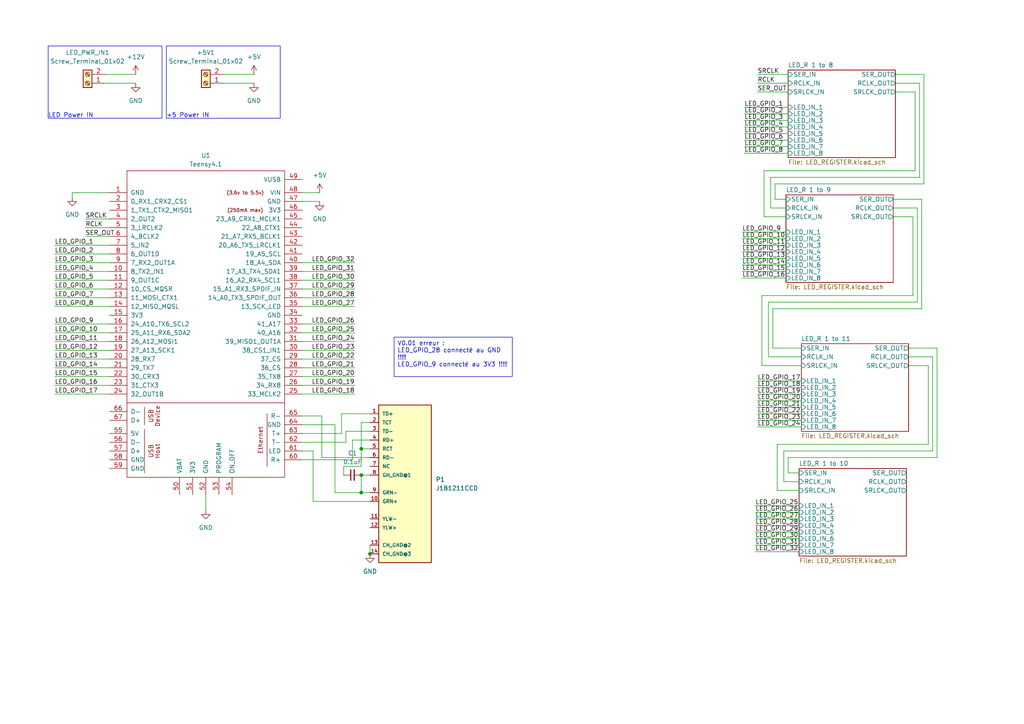
<source format=kicad_sch>
(kicad_sch (version 20230121) (generator eeschema)
  (paper "A4")
  (lib_symbols
    (symbol "Connector:Screw_Terminal_01x02" (pin_names (offset 1.016) hide)
      (property "Reference" "J" (at 0 2.54 0))
      (property "Value" "Screw_Terminal_01x02" (at 0 -5.08 0))
      (symbol "Screw_Terminal_01x02_1_1"
        (rectangle (start -1.27 1.27) (end 1.27 -3.81) (stroke (width 0.254)) (fill (type background)))
        (circle (center 0 -2.54) (radius 0.635) (stroke (width 0.1524)))
        (polyline (pts (xy -0.5334 -2.2098) (xy 0.3302 -3.048)) (stroke (width 0.1524)))
        (polyline (pts (xy -0.5334 0.3302) (xy 0.3302 -0.508)) (stroke (width 0.1524)))
        (polyline (pts (xy -0.3556 -2.032) (xy 0.508 -2.8702)) (stroke (width 0.1524)))
        (polyline (pts (xy -0.3556 0.508) (xy 0.508 -0.3302)) (stroke (width 0.1524)))
        (circle (center 0 0) (radius 0.635) (stroke (width 0.1524)))
        (pin passive line (at -5.08 0 0) (length 3.81) (name "Pin_1") (number "1"))
        (pin passive line (at -5.08 -2.54 0) (length 3.81) (name "Pin_2") (number "2"))
      )
    )
    (symbol "Device:C_Small" (pin_numbers hide) (pin_names (offset 0.254) hide)
      (property "Reference" "C" (at 0.254 1.778 0))
      (property "Value" "C_Small" (at 0.254 -2.032 0))
      (symbol "C_Small_0_1"
        (polyline (pts (xy -1.524 -0.508) (xy 1.524 -0.508)) (stroke (width 0.3302)))
        (polyline (pts (xy -1.524 0.508) (xy 1.524 0.508)) (stroke (width 0.3048)))
      )
      (symbol "C_Small_1_1"
        (pin passive line (at 0 2.54 270) (length 2.032) (name "~") (number "1"))
        (pin passive line (at 0 -2.54 90) (length 2.032) (name "~") (number "2"))
      )
    )
    (symbol "J1B1211CCD:J1B1211CCD" (pin_names (offset 1.016))
      (property "Reference" "P" (at -7.62 22.86 0))
      (property "Value" "J1B1211CCD" (at -7.62 -25.4 0))
      (symbol "J1B1211CCD_0_0"
        (rectangle (start -7.62 -22.86) (end 7.62 22.86) (stroke (width 0.254)) (fill (type background)))
        (pin passive line (at -10.16 20.32 0) (length 2.54) (name "TD+") (number "1"))
        (pin passive line (at -10.16 -5.08 0) (length 2.54) (name "GRN+") (number "10"))
        (pin passive line (at -10.16 -10.16 0) (length 2.54) (name "YLW-") (number "11"))
        (pin passive line (at -10.16 -12.7 0) (length 2.54) (name "YLW+") (number "12"))
        (pin passive line (at -10.16 -17.78 0) (length 2.54) (name "CH_GND@2") (number "13"))
        (pin passive line (at -10.16 -20.32 0) (length 2.54) (name "CH_GND@3") (number "14"))
        (pin passive line (at -10.16 17.78 0) (length 2.54) (name "TCT") (number "2"))
        (pin passive line (at -10.16 15.24 0) (length 2.54) (name "TD-") (number "3"))
        (pin passive line (at -10.16 12.7 0) (length 2.54) (name "RD+") (number "4"))
        (pin passive line (at -10.16 10.16 0) (length 2.54) (name "RCT") (number "5"))
        (pin passive line (at -10.16 7.62 0) (length 2.54) (name "RD-") (number "6"))
        (pin passive line (at -10.16 5.08 0) (length 2.54) (name "NC") (number "7"))
        (pin passive line (at -10.16 2.54 0) (length 2.54) (name "GH_GND@1") (number "8"))
        (pin passive line (at -10.16 -2.54 0) (length 2.54) (name "GRN-") (number "9"))
      )
    )
    (symbol "power:+12V" (power) (pin_names (offset 0))
      (property "Value" "+12V" (at 0 3.556 0))
      (symbol "+12V_0_1"
        (polyline (pts (xy -0.762 1.27) (xy 0 2.54)))
        (polyline (pts (xy 0 0) (xy 0 2.54)))
        (polyline (pts (xy 0 2.54) (xy 0.762 1.27)))
      )
      (symbol "+12V_1_1"
        (pin power_in line (at 0 0 90) (length 0) hide (name "+12V") (number "1"))
      )
    )
    (symbol "power:+5V" (power) (pin_names (offset 0))
      (property "Value" "+5V" (at 0 3.556 0))
      (symbol "+5V_0_1"
        (polyline (pts (xy -0.762 1.27) (xy 0 2.54)))
        (polyline (pts (xy 0 0) (xy 0 2.54)))
        (polyline (pts (xy 0 2.54) (xy 0.762 1.27)))
      )
      (symbol "+5V_1_1"
        (pin power_in line (at 0 0 90) (length 0) hide (name "+5V") (number "1"))
      )
    )
    (symbol "power:GND" (power) (pin_names (offset 0))
      (property "Value" "GND" (at 0 -3.81 0))
      (symbol "GND_0_1"
        (polyline (pts (xy 0 0) (xy 0 -1.27) (xy 1.27 -1.27) (xy 0 -2.54) (xy -1.27 -1.27) (xy 0 -1.27)))
      )
      (symbol "GND_1_1"
        (pin power_in line (at 0 0 270) (length 0) hide (name "GND") (number "1"))
      )
    )
    (symbol "teensy:Teensy4.1" (pin_names (offset 1.016))
      (property "Reference" "U" (at 0 64.77 0))
      (property "Value" "Teensy4.1" (at 0 62.23 0))
      (symbol "Teensy4.1_0_0"
        (polyline (pts (xy -22.86 -6.35) (xy 22.86 -6.35)))
        (polyline (pts (xy -17.78 -26.67) (xy -17.78 -13.97)))
        (polyline (pts (xy -17.78 -7.62) (xy -17.78 -12.7)))
        (polyline (pts (xy 17.78 -9.525) (xy 17.78 -24.765)))
        (text "(250mA max)" (at 11.43 49.53 0) (effects (font (size 1.016 1.016))))
        (text "(3.6v to 5.5v)" (at 11.43 54.61 0) (effects (font (size 1.016 1.016))))
        (text "Device" (at -13.97 -10.16 900) (effects (font (size 1.27 1.27))))
        (text "Ethernet" (at 15.875 -17.145 900) (effects (font (size 1.27 1.27))))
        (text "Host" (at -13.97 -20.32 900) (effects (font (size 1.27 1.27))))
        (text "USB" (at -15.875 -20.32 900) (effects (font (size 1.27 1.27))))
        (text "USB" (at -15.875 -10.16 900) (effects (font (size 1.27 1.27))))
        (pin bidirectional line (at -27.94 31.75 0) (length 5.08) (name "8_TX2_IN1") (number "10"))
        (pin bidirectional line (at -27.94 29.21 0) (length 5.08) (name "9_OUT1C") (number "11"))
        (pin bidirectional line (at -27.94 26.67 0) (length 5.08) (name "10_CS_MQSR") (number "12"))
        (pin bidirectional line (at -27.94 24.13 0) (length 5.08) (name "11_MOSI_CTX1") (number "13"))
        (pin bidirectional line (at -27.94 21.59 0) (length 5.08) (name "12_MISO_MQSL") (number "14"))
        (pin power_in line (at -27.94 19.05 0) (length 5.08) (name "3V3") (number "15"))
        (pin bidirectional line (at -27.94 16.51 0) (length 5.08) (name "24_A10_TX6_SCL2") (number "16"))
        (pin bidirectional line (at -27.94 13.97 0) (length 5.08) (name "25_A11_RX6_SDA2") (number "17"))
        (pin bidirectional line (at -27.94 11.43 0) (length 5.08) (name "26_A12_MOSI1") (number "18"))
        (pin bidirectional line (at -27.94 8.89 0) (length 5.08) (name "27_A13_SCK1") (number "19"))
        (pin bidirectional line (at -27.94 6.35 0) (length 5.08) (name "28_RX7") (number "20"))
        (pin bidirectional line (at -27.94 3.81 0) (length 5.08) (name "29_TX7") (number "21"))
        (pin bidirectional line (at -27.94 1.27 0) (length 5.08) (name "30_CRX3") (number "22"))
        (pin bidirectional line (at -27.94 -1.27 0) (length 5.08) (name "31_CTX3") (number "23"))
        (pin bidirectional line (at -27.94 -3.81 0) (length 5.08) (name "32_OUT1B") (number "24"))
        (pin bidirectional line (at 27.94 -3.81 180) (length 5.08) (name "33_MCLK2") (number "25"))
        (pin bidirectional line (at 27.94 -1.27 180) (length 5.08) (name "34_RX8") (number "26"))
        (pin bidirectional line (at 27.94 1.27 180) (length 5.08) (name "35_TX8") (number "27"))
        (pin bidirectional line (at 27.94 3.81 180) (length 5.08) (name "36_CS") (number "28"))
        (pin bidirectional line (at 27.94 6.35 180) (length 5.08) (name "37_CS") (number "29"))
        (pin bidirectional line (at 27.94 8.89 180) (length 5.08) (name "38_CS1_IN1") (number "30"))
        (pin bidirectional line (at 27.94 11.43 180) (length 5.08) (name "39_MISO1_OUT1A") (number "31"))
        (pin bidirectional line (at 27.94 13.97 180) (length 5.08) (name "40_A16") (number "32"))
        (pin bidirectional line (at 27.94 16.51 180) (length 5.08) (name "41_A17") (number "33"))
        (pin bidirectional line (at 27.94 21.59 180) (length 5.08) (name "13_SCK_LED") (number "35"))
        (pin bidirectional line (at 27.94 24.13 180) (length 5.08) (name "14_A0_TX3_SPDIF_OUT") (number "36"))
        (pin bidirectional line (at 27.94 26.67 180) (length 5.08) (name "15_A1_RX3_SPDIF_IN") (number "37"))
        (pin bidirectional line (at 27.94 29.21 180) (length 5.08) (name "16_A2_RX4_SCL1") (number "38"))
        (pin bidirectional line (at 27.94 31.75 180) (length 5.08) (name "17_A3_TX4_SDA1") (number "39"))
        (pin bidirectional line (at 27.94 34.29 180) (length 5.08) (name "18_A4_SDA") (number "40"))
        (pin bidirectional line (at 27.94 36.83 180) (length 5.08) (name "19_A5_SCL") (number "41"))
        (pin bidirectional line (at 27.94 39.37 180) (length 5.08) (name "20_A6_TX5_LRCLK1") (number "42"))
        (pin bidirectional line (at 27.94 41.91 180) (length 5.08) (name "21_A7_RX5_BCLK1") (number "43"))
        (pin bidirectional line (at 27.94 44.45 180) (length 5.08) (name "22_A8_CTX1") (number "44"))
        (pin bidirectional line (at 27.94 46.99 180) (length 5.08) (name "23_A9_CRX1_MCLK1") (number "45"))
        (pin output line (at 27.94 49.53 180) (length 5.08) (name "3V3") (number "46"))
        (pin output line (at 27.94 52.07 180) (length 5.08) (name "GND") (number "47"))
        (pin power_in line (at 27.94 54.61 180) (length 5.08) (name "VIN") (number "48"))
        (pin power_out line (at 27.94 58.42 180) (length 5.08) (name "VUSB") (number "49"))
        (pin bidirectional line (at -27.94 44.45 0) (length 5.08) (name "3_LRCLK2") (number "5"))
        (pin power_in line (at -7.62 -33.02 90) (length 5.08) (name "VBAT") (number "50"))
        (pin power_in line (at -3.81 -33.02 90) (length 5.08) (name "3V3") (number "51"))
        (pin input line (at 0 -33.02 90) (length 5.08) (name "GND") (number "52"))
        (pin input line (at 3.81 -33.02 90) (length 5.08) (name "PROGRAM") (number "53"))
        (pin input line (at 7.62 -33.02 90) (length 5.08) (name "ON_OFF") (number "54"))
        (pin power_out line (at -27.94 -15.24 0) (length 5.08) (name "5V") (number "55"))
        (pin bidirectional line (at -27.94 -17.78 0) (length 5.08) (name "D-") (number "56"))
        (pin bidirectional line (at -27.94 -20.32 0) (length 5.08) (name "D+") (number "57"))
        (pin power_in line (at -27.94 -22.86 0) (length 5.08) (name "GND") (number "58"))
        (pin power_in line (at -27.94 -25.4 0) (length 5.08) (name "GND") (number "59"))
        (pin bidirectional line (at -27.94 41.91 0) (length 5.08) (name "4_BCLK2") (number "6"))
        (pin bidirectional line (at 27.94 -22.86 180) (length 5.08) (name "R+") (number "60"))
        (pin bidirectional line (at 27.94 -20.32 180) (length 5.08) (name "LED") (number "61"))
        (pin bidirectional line (at 27.94 -17.78 180) (length 5.08) (name "T-") (number "62"))
        (pin bidirectional line (at 27.94 -15.24 180) (length 5.08) (name "T+") (number "63"))
        (pin power_in line (at 27.94 -12.7 180) (length 5.08) (name "GND") (number "64"))
        (pin bidirectional line (at 27.94 -10.16 180) (length 5.08) (name "R-") (number "65"))
        (pin bidirectional line (at -27.94 -8.89 0) (length 5.08) (name "D-") (number "66"))
        (pin bidirectional line (at -27.94 -11.43 0) (length 5.08) (name "D+") (number "67"))
        (pin bidirectional line (at -27.94 39.37 0) (length 5.08) (name "5_IN2") (number "7"))
        (pin bidirectional line (at -27.94 36.83 0) (length 5.08) (name "6_OUT1D") (number "8"))
        (pin bidirectional line (at -27.94 34.29 0) (length 5.08) (name "7_RX2_OUT1A") (number "9"))
      )
      (symbol "Teensy4.1_0_1"
        (rectangle (start -22.86 60.96) (end 22.86 -27.94))
        (rectangle (start -20.32 -1.27) (end -20.32 -1.27))
      )
      (symbol "Teensy4.1_1_1"
        (pin power_in line (at -27.94 54.61 0) (length 5.08) (name "GND") (number "1"))
        (pin bidirectional line (at -27.94 52.07 0) (length 5.08) (name "0_RX1_CRX2_CS1") (number "2"))
        (pin bidirectional line (at -27.94 49.53 0) (length 5.08) (name "1_TX1_CTX2_MISO1") (number "3"))
        (pin power_in line (at 27.94 19.05 180) (length 5.08) (name "GND") (number "34"))
        (pin bidirectional line (at -27.94 46.99 0) (length 5.08) (name "2_OUT2") (number "4"))
      )
    )
  )
  (junction (at 104.775 130.175))
  (junction (at 104.775 142.875))
  (junction (at 107.315 160.655))
  (junction (at 104.775 137.795))
  (wire (pts (xy 224.155 100.965) (xy 224.155 89.535)))
  (wire (pts (xy 232.41 103.505) (xy 222.885 103.505)))
  (wire (pts (xy 264.795 62.865) (xy 264.795 85.725)))
  (wire (pts (xy 15.875 81.28) (xy 31.75 81.28)))
  (wire (pts (xy 15.875 76.2) (xy 31.75 76.2)))
  (wire (pts (xy 266.065 60.325) (xy 266.065 87.63)))
  (wire (pts (xy 87.63 81.28) (xy 102.87 81.28)))
  (wire (pts (xy 220.98 106.045) (xy 220.98 85.725)))
  (wire (pts (xy 99.06 125.73) (xy 99.06 120.015)))
  (wire (pts (xy 271.78 100.965) (xy 271.78 132.715)))
  (wire (pts (xy 270.51 130.81) (xy 227.33 130.81)))
  (wire (pts (xy 225.425 128.905) (xy 225.425 142.24)))
  (wire (pts (xy 102.87 78.74) (xy 87.63 78.74)))
  (wire (pts (xy 90.805 145.415) (xy 90.805 130.81)))
  (wire (pts (xy 266.065 60.325) (xy 259.08 60.325)))
  (wire (pts (xy 93.345 132.715) (xy 107.315 132.715)))
  (wire (pts (xy 92.71 55.88) (xy 87.63 55.88)))
  (wire (pts (xy 215.9 36.83) (xy 228.6 36.83)))
  (wire (pts (xy 219.71 112.395) (xy 232.41 112.395)))
  (wire (pts (xy 100.33 125.095) (xy 100.33 128.27)))
  (wire (pts (xy 232.41 106.045) (xy 220.98 106.045)))
  (wire (pts (xy 224.79 57.785) (xy 227.965 57.785)))
  (wire (pts (xy 90.805 130.81) (xy 87.63 130.81)))
  (wire (pts (xy 107.315 145.415) (xy 90.805 145.415)))
  (wire (pts (xy 107.315 125.095) (xy 100.33 125.095)))
  (wire (pts (xy 104.775 122.555) (xy 104.775 130.175)))
  (wire (pts (xy 259.715 21.59) (xy 267.97 21.59)))
  (wire (pts (xy 227.33 130.81) (xy 227.33 139.7)))
  (wire (pts (xy 20.955 55.88) (xy 31.75 55.88)))
  (wire (pts (xy 107.315 137.795) (xy 104.775 137.795)))
  (wire (pts (xy 269.24 106.045) (xy 269.24 128.905)))
  (wire (pts (xy 215.265 74.93) (xy 227.965 74.93)))
  (wire (pts (xy 215.265 76.835) (xy 227.965 76.835)))
  (wire (pts (xy 87.63 93.98) (xy 102.87 93.98)))
  (wire (pts (xy 270.51 103.505) (xy 270.51 130.81)))
  (wire (pts (xy 24.765 66.04) (xy 31.75 66.04)))
  (wire (pts (xy 87.63 96.52) (xy 102.87 96.52)))
  (wire (pts (xy 259.08 57.785) (xy 267.335 57.785)))
  (wire (pts (xy 59.69 147.955) (xy 59.69 143.51)))
  (wire (pts (xy 97.155 123.19) (xy 97.155 142.875)))
  (wire (pts (xy 15.875 99.06) (xy 31.75 99.06)))
  (wire (pts (xy 219.075 150.495) (xy 231.775 150.495)))
  (wire (pts (xy 87.63 99.06) (xy 102.87 99.06)))
  (wire (pts (xy 99.695 135.255) (xy 104.775 135.255)))
  (wire (pts (xy 219.71 116.205) (xy 232.41 116.205)))
  (wire (pts (xy 87.63 109.22) (xy 102.87 109.22)))
  (wire (pts (xy 100.33 128.27) (xy 87.63 128.27)))
  (wire (pts (xy 224.79 53.34) (xy 224.79 57.785)))
  (wire (pts (xy 269.24 128.905) (xy 225.425 128.905)))
  (wire (pts (xy 267.335 89.535) (xy 224.155 89.535)))
  (wire (pts (xy 215.9 40.64) (xy 228.6 40.64)))
  (wire (pts (xy 219.075 154.305) (xy 231.775 154.305)))
  (wire (pts (xy 15.875 86.36) (xy 31.75 86.36)))
  (wire (pts (xy 97.155 142.875) (xy 104.775 142.875)))
  (wire (pts (xy 219.71 110.49) (xy 232.41 110.49)))
  (wire (pts (xy 104.775 130.175) (xy 107.315 130.175)))
  (wire (pts (xy 266.7 51.435) (xy 223.52 51.435)))
  (wire (pts (xy 219.075 146.685) (xy 231.775 146.685)))
  (wire (pts (xy 219.71 21.59) (xy 228.6 21.59)))
  (wire (pts (xy 15.875 96.52) (xy 31.75 96.52)))
  (wire (pts (xy 215.9 31.115) (xy 228.6 31.115)))
  (wire (pts (xy 219.71 118.11) (xy 232.41 118.11)))
  (wire (pts (xy 102.235 127.635) (xy 102.235 133.35)))
  (wire (pts (xy 15.875 93.98) (xy 31.75 93.98)))
  (wire (pts (xy 73.66 24.13) (xy 64.77 24.13)))
  (wire (pts (xy 107.315 158.115) (xy 107.315 160.655)))
  (wire (pts (xy 223.52 51.435) (xy 223.52 60.325)))
  (wire (pts (xy 87.63 86.36) (xy 102.87 86.36)))
  (wire (pts (xy 227.33 139.7) (xy 231.775 139.7)))
  (wire (pts (xy 24.765 63.5) (xy 31.75 63.5)))
  (wire (pts (xy 107.315 122.555) (xy 104.775 122.555)))
  (wire (pts (xy 271.78 132.715) (xy 228.6 132.715)))
  (wire (pts (xy 102.87 83.82) (xy 87.63 83.82)))
  (wire (pts (xy 73.66 21.59) (xy 64.77 21.59)))
  (wire (pts (xy 104.775 135.255) (xy 104.775 130.175)))
  (wire (pts (xy 263.525 100.965) (xy 271.78 100.965)))
  (wire (pts (xy 219.71 26.67) (xy 228.6 26.67)))
  (wire (pts (xy 222.885 103.505) (xy 222.885 87.63)))
  (wire (pts (xy 219.075 158.115) (xy 231.775 158.115)))
  (wire (pts (xy 15.875 114.3) (xy 31.75 114.3)))
  (wire (pts (xy 15.875 71.12) (xy 31.75 71.12)))
  (wire (pts (xy 219.71 120.015) (xy 232.41 120.015)))
  (wire (pts (xy 104.775 142.875) (xy 104.775 137.795)))
  (wire (pts (xy 87.63 123.19) (xy 97.155 123.19)))
  (wire (pts (xy 228.6 132.715) (xy 228.6 137.16)))
  (wire (pts (xy 219.075 156.21) (xy 231.775 156.21)))
  (wire (pts (xy 102.87 114.3) (xy 87.63 114.3)))
  (wire (pts (xy 219.075 152.4) (xy 231.775 152.4)))
  (wire (pts (xy 99.695 137.795) (xy 99.695 135.255)))
  (wire (pts (xy 215.265 69.215) (xy 227.965 69.215)))
  (wire (pts (xy 87.63 101.6) (xy 102.87 101.6)))
  (wire (pts (xy 87.63 125.73) (xy 99.06 125.73)))
  (wire (pts (xy 219.075 148.59) (xy 231.775 148.59)))
  (wire (pts (xy 99.06 120.015) (xy 107.315 120.015)))
  (wire (pts (xy 39.37 21.59) (xy 30.48 21.59)))
  (wire (pts (xy 219.71 114.3) (xy 232.41 114.3)))
  (wire (pts (xy 221.615 62.865) (xy 227.965 62.865)))
  (wire (pts (xy 267.335 57.785) (xy 267.335 89.535)))
  (wire (pts (xy 107.315 127.635) (xy 102.235 127.635)))
  (wire (pts (xy 39.37 24.13) (xy 30.48 24.13)))
  (wire (pts (xy 265.43 49.53) (xy 221.615 49.53)))
  (wire (pts (xy 267.97 53.34) (xy 224.79 53.34)))
  (wire (pts (xy 215.265 71.12) (xy 227.965 71.12)))
  (wire (pts (xy 20.955 57.15) (xy 20.955 55.88)))
  (wire (pts (xy 87.63 104.14) (xy 102.87 104.14)))
  (wire (pts (xy 15.875 101.6) (xy 31.75 101.6)))
  (wire (pts (xy 215.9 38.735) (xy 228.6 38.735)))
  (wire (pts (xy 215.265 73.025) (xy 227.965 73.025)))
  (wire (pts (xy 15.875 104.14) (xy 31.75 104.14)))
  (wire (pts (xy 219.075 160.02) (xy 231.775 160.02)))
  (wire (pts (xy 215.265 78.74) (xy 227.965 78.74)))
  (wire (pts (xy 87.63 88.9) (xy 102.87 88.9)))
  (wire (pts (xy 102.87 76.2) (xy 87.63 76.2)))
  (wire (pts (xy 92.71 58.42) (xy 87.63 58.42)))
  (wire (pts (xy 24.765 68.58) (xy 31.75 68.58)))
  (wire (pts (xy 15.875 109.22) (xy 31.75 109.22)))
  (wire (pts (xy 219.71 123.825) (xy 232.41 123.825)))
  (wire (pts (xy 225.425 142.24) (xy 231.775 142.24)))
  (wire (pts (xy 265.43 26.67) (xy 259.715 26.67)))
  (wire (pts (xy 266.065 87.63) (xy 222.885 87.63)))
  (wire (pts (xy 264.795 85.725) (xy 220.98 85.725)))
  (wire (pts (xy 265.43 26.67) (xy 265.43 49.53)))
  (wire (pts (xy 87.63 111.76) (xy 102.87 111.76)))
  (wire (pts (xy 15.875 83.82) (xy 31.75 83.82)))
  (wire (pts (xy 15.875 111.76) (xy 31.75 111.76)))
  (wire (pts (xy 270.51 103.505) (xy 263.525 103.505)))
  (wire (pts (xy 228.6 137.16) (xy 231.775 137.16)))
  (wire (pts (xy 102.235 133.35) (xy 87.63 133.35)))
  (wire (pts (xy 15.875 78.74) (xy 31.75 78.74)))
  (wire (pts (xy 266.7 24.13) (xy 259.715 24.13)))
  (wire (pts (xy 221.615 49.53) (xy 221.615 62.865)))
  (wire (pts (xy 93.345 120.65) (xy 93.345 132.715)))
  (wire (pts (xy 267.97 21.59) (xy 267.97 53.34)))
  (wire (pts (xy 15.875 88.9) (xy 31.75 88.9)))
  (wire (pts (xy 264.795 62.865) (xy 259.08 62.865)))
  (wire (pts (xy 87.63 106.68) (xy 102.87 106.68)))
  (wire (pts (xy 215.265 67.31) (xy 227.965 67.31)))
  (wire (pts (xy 215.265 80.645) (xy 227.965 80.645)))
  (wire (pts (xy 87.63 120.65) (xy 93.345 120.65)))
  (wire (pts (xy 223.52 60.325) (xy 227.965 60.325)))
  (wire (pts (xy 107.315 142.875) (xy 104.775 142.875)))
  (wire (pts (xy 269.24 106.045) (xy 263.525 106.045)))
  (wire (pts (xy 215.9 33.02) (xy 228.6 33.02)))
  (wire (pts (xy 266.7 24.13) (xy 266.7 51.435)))
  (wire (pts (xy 215.9 44.45) (xy 228.6 44.45)))
  (wire (pts (xy 219.71 24.13) (xy 228.6 24.13)))
  (wire (pts (xy 215.9 34.925) (xy 228.6 34.925)))
  (wire (pts (xy 215.9 42.545) (xy 228.6 42.545)))
  (wire (pts (xy 15.875 73.66) (xy 31.75 73.66)))
  (wire (pts (xy 15.875 106.68) (xy 31.75 106.68)))
  (wire (pts (xy 232.41 100.965) (xy 224.155 100.965)))
  (wire (pts (xy 219.71 121.92) (xy 232.41 121.92)))
  (rectangle (start 13.97 13.335) (end 46.99 34.29))
  (rectangle (start 48.26 13.335) (end 81.28 34.29))
  (text_box "V0.01 erreur : \nLED_GPIO_28 connecté au GND !!!!\nLED_GPIO_9 connecté au 3V3 !!!!\n\n" (at 114.3 97.79 0) (size 34.29 11.43) (effects (font (size 1.27 1.27)) (justify left top)))
  (text "+5 Power IN" (at 48.26 34.29 0) (effects (font (size 1.27 1.27)) (justify left bottom)))
  (text "LED Power IN" (at 13.97 34.29 0) (effects (font (size 1.27 1.27)) (justify left bottom)))
  (label "LED_GPIO_7" (at 15.875 86.36 0))
  (label "LED_GPIO_11" (at 215.265 71.12 0))
  (label "LED_GPIO_15" (at 215.265 78.74 0))
  (label "LED_GPIO_12" (at 15.875 101.6 0))
  (label "LED_GPIO_13" (at 15.875 104.14 0))
  (label "LED_GPIO_4" (at 215.9 36.83 0))
  (label "LED_GPIO_21" (at 102.87 106.68 180))
  (label "SRCLK" (at 219.71 21.59 0))
  (label "LED_GPIO_28" (at 219.075 152.4 0))
  (label "LED_GPIO_5" (at 15.875 81.28 0))
  (label "SER_OUT" (at 219.71 26.67 0))
  (label "LED_GPIO_27" (at 102.87 88.9 180))
  (label "LED_GPIO_31" (at 219.075 158.115 0))
  (label "LED_GPIO_25" (at 219.075 146.685 0))
  (label "LED_GPIO_32" (at 219.075 160.02 0))
  (label "LED_GPIO_32" (at 102.87 76.2 180))
  (label "LED_GPIO_1" (at 215.9 31.115 0))
  (label "LED_GPIO_3" (at 15.875 76.2 0))
  (label "LED_GPIO_13" (at 215.265 74.93 0))
  (label "LED_GPIO_6" (at 15.875 83.82 0))
  (label "LED_GPIO_26" (at 102.87 93.98 180))
  (label "LED_GPIO_23" (at 102.87 101.6 180))
  (label "LED_GPIO_23" (at 219.71 121.92 0))
  (label "LED_GPIO_17" (at 219.71 110.49 0))
  (label "LED_GPIO_15" (at 15.875 109.22 0))
  (label "LED_GPIO_25" (at 102.87 96.52 180))
  (label "RCLK" (at 219.71 24.13 0))
  (label "LED_GPIO_26" (at 219.075 148.59 0))
  (label "LED_GPIO_30" (at 219.075 156.21 0))
  (label "LED_GPIO_24" (at 219.71 123.825 0))
  (label "LED_GPIO_19" (at 219.71 114.3 0))
  (label "LED_GPIO_29" (at 219.075 154.305 0))
  (label "LED_GPIO_20" (at 219.71 116.205 0))
  (label "LED_GPIO_31" (at 102.87 78.74 180))
  (label "SRCLK" (at 24.765 63.5 0))
  (label "LED_GPIO_4" (at 15.875 78.74 0))
  (label "LED_GPIO_3" (at 215.9 34.925 0))
  (label "LED_GPIO_27" (at 219.075 150.495 0))
  (label "LED_GPIO_9" (at 15.875 93.98 0))
  (label "LED_GPIO_30" (at 102.87 81.28 180))
  (label "LED_GPIO_10" (at 15.875 96.52 0))
  (label "LED_GPIO_28" (at 102.87 86.36 180))
  (label "LED_GPIO_29" (at 102.87 83.82 180))
  (label "LED_GPIO_22" (at 102.87 104.14 180))
  (label "LED_GPIO_19" (at 102.87 111.76 180))
  (label "LED_GPIO_17" (at 15.875 114.3 0))
  (label "LED_GPIO_6" (at 215.9 40.64 0))
  (label "LED_GPIO_16" (at 15.875 111.76 0))
  (label "SER_OUT" (at 24.765 68.58 0))
  (label "LED_GPIO_1" (at 15.875 71.12 0))
  (label "LED_GPIO_12" (at 215.265 73.025 0))
  (label "LED_GPIO_22" (at 219.71 120.015 0))
  (label "LED_GPIO_21" (at 219.71 118.11 0))
  (label "LED_GPIO_20" (at 102.87 109.22 180))
  (label "LED_GPIO_7" (at 215.9 42.545 0))
  (label "LED_GPIO_16" (at 215.265 80.645 0))
  (label "LED_GPIO_24" (at 102.87 99.06 180))
  (label "RCLK" (at 24.765 66.04 0))
  (label "LED_GPIO_2" (at 15.875 73.66 0))
  (label "LED_GPIO_18" (at 102.87 114.3 180))
  (label "LED_GPIO_2" (at 215.9 33.02 0))
  (label "LED_GPIO_14" (at 215.265 76.835 0))
  (label "LED_GPIO_9" (at 215.265 67.31 0))
  (label "LED_GPIO_18" (at 219.71 112.395 0))
  (label "LED_GPIO_11" (at 15.875 99.06 0))
  (label "LED_GPIO_8" (at 15.875 88.9 0))
  (label "LED_GPIO_5" (at 215.9 38.735 0))
  (label "LED_GPIO_8" (at 215.9 44.45 0))
  (label "LED_GPIO_10" (at 215.265 69.215 0))
  (label "LED_GPIO_14" (at 15.875 106.68 0))
  (symbol (lib_id "teensy:Teensy4.1") (at 59.69 110.49 0) (unit 1)
    (property "Reference" "U1" (at 59.69 45.085 0))
    (property "Value" "Teensy4.1" (at 59.69 47.625 0))
    (property "Footprint" "teensy.pretty-master:Teensy41" (effects hide))
  )
  (symbol (lib_id "power:GND") (at 73.66 24.13 0) (unit 1)
    (property "Reference" "#PWR06" (effects hide))
    (property "Value" "GND" (at 73.66 29.21 0))
  )
  (symbol (lib_id "power:GND") (at 39.37 24.13 0) (unit 1)
    (property "Reference" "#PWR03" (effects hide))
    (property "Value" "GND" (at 39.37 29.21 0))
  )
  (symbol (lib_id "power:GND") (at 20.955 57.15 0) (unit 1)
    (property "Reference" "#PWR01" (effects hide))
    (property "Value" "GND" (at 20.955 62.23 0))
  )
  (symbol (lib_id "power:+5V") (at 73.66 21.59 0) (unit 1)
    (property "Reference" "#PWR05" (effects hide))
    (property "Value" "+5V" (at 73.66 16.51 0))
  )
  (symbol (lib_id "power:GND") (at 107.315 160.655 0) (unit 1)
    (property "Reference" "#PWR09" (effects hide))
    (property "Value" "GND" (at 107.315 165.735 0))
  )
  (symbol (lib_id "Connector:Screw_Terminal_01x02") (at 59.69 24.13 180) (unit 1)
    (property "Reference" "+5V1" (at 59.69 15.24 0))
    (property "Value" "Screw_Terminal_01x02" (at 59.69 17.78 0))
    (property "Footprint" "Connector_Wago:Wago_734-162_1x02_P3.50mm_Horizontal" (effects hide))
  )
  (symbol (lib_id "Connector:Screw_Terminal_01x02") (at 25.4 24.13 180) (unit 1)
    (property "Reference" "LED_PWR_IN1" (at 25.4 15.24 0))
    (property "Value" "Screw_Terminal_01x02" (at 25.4 17.78 0))
    (property "Footprint" "Connector_Wire:SolderWire-2.5sqmm_1x02_P8.8mm_D2.4mm_OD4.4mm" (effects hide))
  )
  (symbol (lib_id "power:+12V") (at 39.37 21.59 0) (unit 1)
    (property "Reference" "#PWR02" (effects hide))
    (property "Value" "+12V" (at 39.37 16.51 0))
  )
  (symbol (lib_id "power:GND") (at 59.69 147.955 0) (unit 1)
    (property "Reference" "#PWR04" (effects hide))
    (property "Value" "GND" (at 59.69 153.035 0))
  )
  (symbol (lib_id "power:GND") (at 92.71 58.42 0) (unit 1)
    (property "Reference" "#PWR08" (effects hide))
    (property "Value" "GND" (at 92.71 63.5 0))
  )
  (symbol (lib_id "J1B1211CCD:J1B1211CCD") (at 117.475 140.335 0) (unit 1)
    (property "Reference" "P1" (at 126.365 139.065 0) (effects (justify left)))
    (property "Value" "J1B1211CCD" (at 126.365 141.605 0) (effects (justify left)))
    (property "Footprint" "J1B1211CCD:J1B1211CCD" (effects hide))
    (property "MF" "WIZnet" (effects hide))
    (property "Purchase-URL" "https://www.snapeda.com/api/url_track_click_mouser/?unipart_id=4792154&manufacturer=WIZnet&part_name=J1B1211CCD&search_term=None" (effects hide))
    (property "Package" "None" (effects hide))
    (property "Price" "None" (effects hide))
    (property "Check_prices" "https://www.snapeda.com/parts/J1B1211CCD/WIZnet/view-part/?ref=eda" (effects hide))
    (property "SnapEDA_Link" "https://www.snapeda.com/parts/J1B1211CCD/WIZnet/view-part/?ref=snap" (effects hide))
    (property "MP" "J1B1211CCD" (effects hide))
    (property "Availability" "In Stock" (effects hide))
    (property "Description" "\n1 Port RJ45 Magjack Connector Through Hole 10/100 Base-T, AutoMDIX\n" (effects hide))
  )
  (symbol (lib_id "power:+5V") (at 92.71 55.88 0) (unit 1)
    (property "Reference" "#PWR07" (effects hide))
    (property "Value" "+5V" (at 92.71 50.8 0))
  )
  (symbol (lib_id "Device:C_Small") (at 102.235 137.795 90) (unit 1)
    (property "Reference" "C1" (at 102.2413 131.445 90))
    (property "Value" "0.1uF" (at 102.2413 133.985 90))
    (property "Footprint" "Capacitor_THT:C_Disc_D3.0mm_W1.6mm_P2.50mm" (effects hide))
  )
  (sheet (at 232.41 99.695) (size 31.115 25.4) (stroke (width 0.1524))
    (property "Sheetname" "LED_R 1 to 11" (at 232.41 98.9834 0) (effects (justify left bottom)))
    (property "Sheetfile" "LED_REGISTER.kicad_sch" (at 232.41 125.6796 0) (effects (justify left top)))
    (pin "SER_OUT" output (at 263.525 100.965 0))
    (pin "SER_IN" input (at 232.41 100.965 180))
    (pin "RCLK_OUT" output (at 263.525 103.505 0))
    (pin "RCLK_IN" input (at 232.41 103.505 180))
    (pin "SRLCK_OUT" output (at 263.525 106.045 0))
    (pin "SRLCK_IN" input (at 232.41 106.045 180))
    (pin "LED_IN_2" input (at 232.41 112.395 180))
    (pin "LED_IN_3" input (at 232.41 114.3 180))
    (pin "LED_IN_4" input (at 232.41 116.205 180))
    (pin "LED_IN_5" input (at 232.41 118.11 180))
    (pin "LED_IN_6" input (at 232.41 120.015 180))
    (pin "LED_IN_8" input (at 232.41 123.825 180))
    (pin "LED_IN_1" input (at 232.41 110.49 180))
    (pin "LED_IN_7" input (at 232.41 121.92 180))
  )
  (sheet (at 228.6 20.32) (size 31.115 25.4) (stroke (width 0.1524))
    (property "Sheetname" "LED_R 1 to 8" (at 228.6 19.6084 0) (effects (justify left bottom)))
    (property "Sheetfile" "LED_REGISTER.kicad_sch" (at 228.6 46.3046 0) (effects (justify left top)))
    (pin "SER_OUT" output (at 259.715 21.59 0))
    (pin "SER_IN" input (at 228.6 21.59 180))
    (pin "RCLK_OUT" output (at 259.715 24.13 0))
    (pin "RCLK_IN" input (at 228.6 24.13 180))
    (pin "SRLCK_OUT" output (at 259.715 26.67 0))
    (pin "SRLCK_IN" input (at 228.6 26.67 180))
    (pin "LED_IN_2" input (at 228.6 33.02 180))
    (pin "LED_IN_3" input (at 228.6 34.925 180))
    (pin "LED_IN_4" input (at 228.6 36.83 180))
    (pin "LED_IN_5" input (at 228.6 38.735 180))
    (pin "LED_IN_6" input (at 228.6 40.64 180))
    (pin "LED_IN_8" input (at 228.6 44.45 180))
    (pin "LED_IN_1" input (at 228.6 31.115 180))
    (pin "LED_IN_7" input (at 228.6 42.545 180))
  )
  (sheet (at 231.775 135.89) (size 31.115 25.4) (stroke (width 0.1524))
    (property "Sheetname" "LED_R 1 to 10" (at 231.775 135.1784 0) (effects (justify left bottom)))
    (property "Sheetfile" "LED_REGISTER.kicad_sch" (at 231.775 161.8746 0) (effects (justify left top)))
    (pin "SER_OUT" output (at 262.89 137.16 0))
    (pin "SER_IN" input (at 231.775 137.16 180))
    (pin "RCLK_OUT" output (at 262.89 139.7 0))
    (pin "RCLK_IN" input (at 231.775 139.7 180))
    (pin "SRLCK_OUT" output (at 262.89 142.24 0))
    (pin "SRLCK_IN" input (at 231.775 142.24 180))
    (pin "LED_IN_2" input (at 231.775 148.59 180))
    (pin "LED_IN_3" input (at 231.775 150.495 180))
    (pin "LED_IN_4" input (at 231.775 152.4 180))
    (pin "LED_IN_5" input (at 231.775 154.305 180))
    (pin "LED_IN_6" input (at 231.775 156.21 180))
    (pin "LED_IN_8" input (at 231.775 160.02 180))
    (pin "LED_IN_1" input (at 231.775 146.685 180))
    (pin "LED_IN_7" input (at 231.775 158.115 180))
  )
  (sheet (at 227.965 56.515) (size 31.115 25.4) (stroke (width 0.1524))
    (property "Sheetname" "LED_R 1 to 9" (at 227.965 55.8034 0) (effects (justify left bottom)))
    (property "Sheetfile" "LED_REGISTER.kicad_sch" (at 227.965 82.4996 0) (effects (justify left top)))
    (pin "SER_OUT" output (at 259.08 57.785 0))
    (pin "SER_IN" input (at 227.965 57.785 180))
    (pin "RCLK_OUT" output (at 259.08 60.325 0))
    (pin "RCLK_IN" input (at 227.965 60.325 180))
    (pin "SRLCK_OUT" output (at 259.08 62.865 0))
    (pin "SRLCK_IN" input (at 227.965 62.865 180))
    (pin "LED_IN_2" input (at 227.965 69.215 180))
    (pin "LED_IN_3" input (at 227.965 71.12 180))
    (pin "LED_IN_4" input (at 227.965 73.025 180))
    (pin "LED_IN_5" input (at 227.965 74.93 180))
    (pin "LED_IN_6" input (at 227.965 76.835 180))
    (pin "LED_IN_8" input (at 227.965 80.645 180))
    (pin "LED_IN_1" input (at 227.965 67.31 180))
    (pin "LED_IN_7" input (at 227.965 78.74 180))
  )
)
</source>
